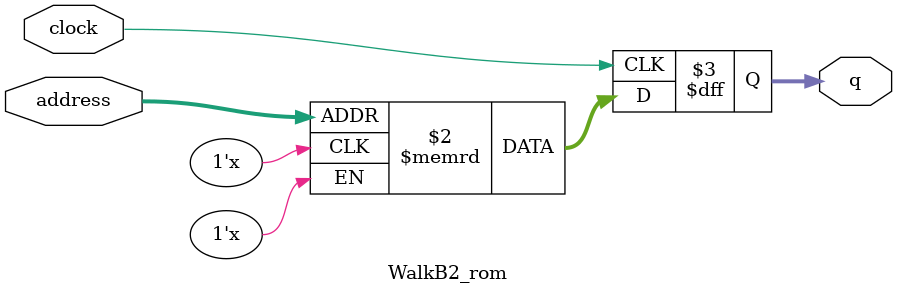
<source format=sv>
module WalkB2_rom (
	input logic clock,
	input logic [12:0] address,
	output logic [2:0] q
);

logic [2:0] memory [0:5399] /* synthesis ram_init_file = "./WalkB2/WalkB2.mif" */;

always_ff @ (posedge clock) begin
	q <= memory[address];
end

endmodule

</source>
